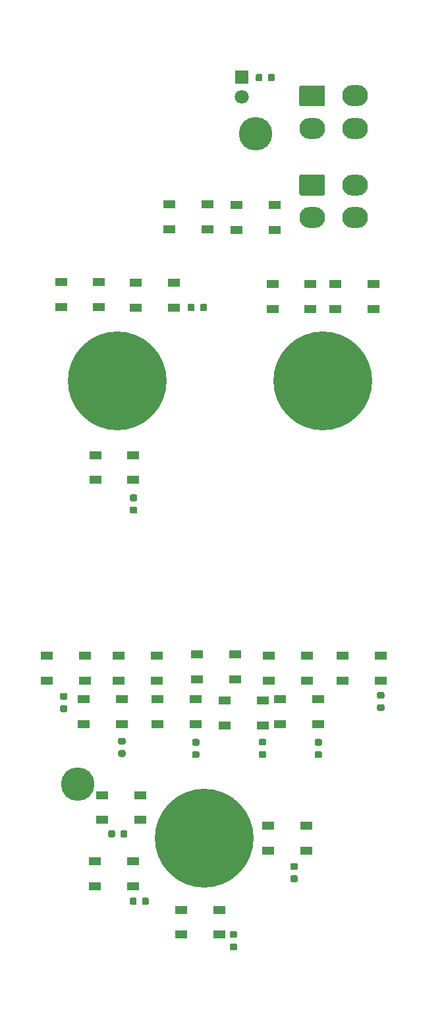
<source format=gbr>
%TF.GenerationSoftware,KiCad,Pcbnew,(5.1.10)-1*%
%TF.CreationDate,2021-11-16T17:17:49+11:00*%
%TF.ProjectId,APU Panel PCB V2,41505520-5061-46e6-956c-205043422056,rev?*%
%TF.SameCoordinates,Original*%
%TF.FileFunction,Soldermask,Top*%
%TF.FilePolarity,Negative*%
%FSLAX46Y46*%
G04 Gerber Fmt 4.6, Leading zero omitted, Abs format (unit mm)*
G04 Created by KiCad (PCBNEW (5.1.10)-1) date 2021-11-16 17:17:49*
%MOMM*%
%LPD*%
G01*
G04 APERTURE LIST*
%ADD10O,3.300000X2.700000*%
%ADD11C,4.300000*%
%ADD12C,12.700000*%
%ADD13C,1.800000*%
%ADD14R,1.800000X1.800000*%
%ADD15R,1.500000X1.000000*%
G04 APERTURE END LIST*
D10*
%TO.C,J2*%
X110539160Y-74870420D03*
X110539160Y-70670420D03*
X105039160Y-74870420D03*
G36*
G01*
X103639161Y-69320420D02*
X106439159Y-69320420D01*
G75*
G02*
X106689160Y-69570421I0J-250001D01*
G01*
X106689160Y-71770419D01*
G75*
G02*
X106439159Y-72020420I-250001J0D01*
G01*
X103639161Y-72020420D01*
G75*
G02*
X103389160Y-71770419I0J250001D01*
G01*
X103389160Y-69570421D01*
G75*
G02*
X103639161Y-69320420I250001J0D01*
G01*
G37*
%TD*%
%TO.C,J1*%
X110539160Y-63427720D03*
X110539160Y-59227720D03*
X105039160Y-63427720D03*
G36*
G01*
X103639161Y-57877720D02*
X106439159Y-57877720D01*
G75*
G02*
X106689160Y-58127721I0J-250001D01*
G01*
X106689160Y-60327719D01*
G75*
G02*
X106439159Y-60577720I-250001J0D01*
G01*
X103639161Y-60577720D01*
G75*
G02*
X103389160Y-60327719I0J250001D01*
G01*
X103389160Y-58127721D01*
G75*
G02*
X103639161Y-57877720I250001J0D01*
G01*
G37*
%TD*%
D11*
%TO.C,5*%
X74929999Y-147701001D03*
%TD*%
%TO.C,4*%
X97789999Y-64135001D03*
%TD*%
D12*
%TO.C,3*%
X91122500Y-154622501D03*
%TD*%
%TO.C,2*%
X106425999Y-95885001D03*
%TD*%
%TO.C,REF\u002A\u002A*%
X80010000Y-95885001D03*
%TD*%
%TO.C,C5*%
G36*
G01*
X80400000Y-154306250D02*
X80400000Y-153793750D01*
G75*
G02*
X80618750Y-153575000I218750J0D01*
G01*
X81056250Y-153575000D01*
G75*
G02*
X81275000Y-153793750I0J-218750D01*
G01*
X81275000Y-154306250D01*
G75*
G02*
X81056250Y-154525000I-218750J0D01*
G01*
X80618750Y-154525000D01*
G75*
G02*
X80400000Y-154306250I0J218750D01*
G01*
G37*
G36*
G01*
X78825000Y-154306250D02*
X78825000Y-153793750D01*
G75*
G02*
X79043750Y-153575000I218750J0D01*
G01*
X79481250Y-153575000D01*
G75*
G02*
X79700000Y-153793750I0J-218750D01*
G01*
X79700000Y-154306250D01*
G75*
G02*
X79481250Y-154525000I-218750J0D01*
G01*
X79043750Y-154525000D01*
G75*
G02*
X78825000Y-154306250I0J218750D01*
G01*
G37*
%TD*%
%TO.C,C2*%
G36*
G01*
X95176050Y-167424720D02*
X94663550Y-167424720D01*
G75*
G02*
X94444800Y-167205970I0J218750D01*
G01*
X94444800Y-166768470D01*
G75*
G02*
X94663550Y-166549720I218750J0D01*
G01*
X95176050Y-166549720D01*
G75*
G02*
X95394800Y-166768470I0J-218750D01*
G01*
X95394800Y-167205970D01*
G75*
G02*
X95176050Y-167424720I-218750J0D01*
G01*
G37*
G36*
G01*
X95176050Y-168999720D02*
X94663550Y-168999720D01*
G75*
G02*
X94444800Y-168780970I0J218750D01*
G01*
X94444800Y-168343470D01*
G75*
G02*
X94663550Y-168124720I218750J0D01*
G01*
X95176050Y-168124720D01*
G75*
G02*
X95394800Y-168343470I0J-218750D01*
G01*
X95394800Y-168780970D01*
G75*
G02*
X95176050Y-168999720I-218750J0D01*
G01*
G37*
%TD*%
%TO.C,C13*%
G36*
G01*
X89921600Y-86162170D02*
X89921600Y-86674670D01*
G75*
G02*
X89702850Y-86893420I-218750J0D01*
G01*
X89265350Y-86893420D01*
G75*
G02*
X89046600Y-86674670I0J218750D01*
G01*
X89046600Y-86162170D01*
G75*
G02*
X89265350Y-85943420I218750J0D01*
G01*
X89702850Y-85943420D01*
G75*
G02*
X89921600Y-86162170I0J-218750D01*
G01*
G37*
G36*
G01*
X91496600Y-86162170D02*
X91496600Y-86674670D01*
G75*
G02*
X91277850Y-86893420I-218750J0D01*
G01*
X90840350Y-86893420D01*
G75*
G02*
X90621600Y-86674670I0J218750D01*
G01*
X90621600Y-86162170D01*
G75*
G02*
X90840350Y-85943420I218750J0D01*
G01*
X91277850Y-85943420D01*
G75*
G02*
X91496600Y-86162170I0J-218750D01*
G01*
G37*
%TD*%
%TO.C,C12*%
G36*
G01*
X82326190Y-111316120D02*
X81813690Y-111316120D01*
G75*
G02*
X81594940Y-111097370I0J218750D01*
G01*
X81594940Y-110659870D01*
G75*
G02*
X81813690Y-110441120I218750J0D01*
G01*
X82326190Y-110441120D01*
G75*
G02*
X82544940Y-110659870I0J-218750D01*
G01*
X82544940Y-111097370D01*
G75*
G02*
X82326190Y-111316120I-218750J0D01*
G01*
G37*
G36*
G01*
X82326190Y-112891120D02*
X81813690Y-112891120D01*
G75*
G02*
X81594940Y-112672370I0J218750D01*
G01*
X81594940Y-112234870D01*
G75*
G02*
X81813690Y-112016120I218750J0D01*
G01*
X82326190Y-112016120D01*
G75*
G02*
X82544940Y-112234870I0J-218750D01*
G01*
X82544940Y-112672370D01*
G75*
G02*
X82326190Y-112891120I-218750J0D01*
G01*
G37*
%TD*%
%TO.C,C11*%
G36*
G01*
X114101590Y-136693160D02*
X113589090Y-136693160D01*
G75*
G02*
X113370340Y-136474410I0J218750D01*
G01*
X113370340Y-136036910D01*
G75*
G02*
X113589090Y-135818160I218750J0D01*
G01*
X114101590Y-135818160D01*
G75*
G02*
X114320340Y-136036910I0J-218750D01*
G01*
X114320340Y-136474410D01*
G75*
G02*
X114101590Y-136693160I-218750J0D01*
G01*
G37*
G36*
G01*
X114101590Y-138268160D02*
X113589090Y-138268160D01*
G75*
G02*
X113370340Y-138049410I0J218750D01*
G01*
X113370340Y-137611910D01*
G75*
G02*
X113589090Y-137393160I218750J0D01*
G01*
X114101590Y-137393160D01*
G75*
G02*
X114320340Y-137611910I0J-218750D01*
G01*
X114320340Y-138049410D01*
G75*
G02*
X114101590Y-138268160I-218750J0D01*
G01*
G37*
%TD*%
%TO.C,C10*%
G36*
G01*
X73354910Y-136825340D02*
X72842410Y-136825340D01*
G75*
G02*
X72623660Y-136606590I0J218750D01*
G01*
X72623660Y-136169090D01*
G75*
G02*
X72842410Y-135950340I218750J0D01*
G01*
X73354910Y-135950340D01*
G75*
G02*
X73573660Y-136169090I0J-218750D01*
G01*
X73573660Y-136606590D01*
G75*
G02*
X73354910Y-136825340I-218750J0D01*
G01*
G37*
G36*
G01*
X73354910Y-138400340D02*
X72842410Y-138400340D01*
G75*
G02*
X72623660Y-138181590I0J218750D01*
G01*
X72623660Y-137744090D01*
G75*
G02*
X72842410Y-137525340I218750J0D01*
G01*
X73354910Y-137525340D01*
G75*
G02*
X73573660Y-137744090I0J-218750D01*
G01*
X73573660Y-138181590D01*
G75*
G02*
X73354910Y-138400340I-218750J0D01*
G01*
G37*
%TD*%
%TO.C,C9*%
G36*
G01*
X106082810Y-142733380D02*
X105570310Y-142733380D01*
G75*
G02*
X105351560Y-142514630I0J218750D01*
G01*
X105351560Y-142077130D01*
G75*
G02*
X105570310Y-141858380I218750J0D01*
G01*
X106082810Y-141858380D01*
G75*
G02*
X106301560Y-142077130I0J-218750D01*
G01*
X106301560Y-142514630D01*
G75*
G02*
X106082810Y-142733380I-218750J0D01*
G01*
G37*
G36*
G01*
X106082810Y-144308380D02*
X105570310Y-144308380D01*
G75*
G02*
X105351560Y-144089630I0J218750D01*
G01*
X105351560Y-143652130D01*
G75*
G02*
X105570310Y-143433380I218750J0D01*
G01*
X106082810Y-143433380D01*
G75*
G02*
X106301560Y-143652130I0J-218750D01*
G01*
X106301560Y-144089630D01*
G75*
G02*
X106082810Y-144308380I-218750J0D01*
G01*
G37*
%TD*%
%TO.C,C8*%
G36*
G01*
X98907310Y-142707880D02*
X98394810Y-142707880D01*
G75*
G02*
X98176060Y-142489130I0J218750D01*
G01*
X98176060Y-142051630D01*
G75*
G02*
X98394810Y-141832880I218750J0D01*
G01*
X98907310Y-141832880D01*
G75*
G02*
X99126060Y-142051630I0J-218750D01*
G01*
X99126060Y-142489130D01*
G75*
G02*
X98907310Y-142707880I-218750J0D01*
G01*
G37*
G36*
G01*
X98907310Y-144282880D02*
X98394810Y-144282880D01*
G75*
G02*
X98176060Y-144064130I0J218750D01*
G01*
X98176060Y-143626630D01*
G75*
G02*
X98394810Y-143407880I218750J0D01*
G01*
X98907310Y-143407880D01*
G75*
G02*
X99126060Y-143626630I0J-218750D01*
G01*
X99126060Y-144064130D01*
G75*
G02*
X98907310Y-144282880I-218750J0D01*
G01*
G37*
%TD*%
%TO.C,C7*%
G36*
G01*
X90327190Y-142728200D02*
X89814690Y-142728200D01*
G75*
G02*
X89595940Y-142509450I0J218750D01*
G01*
X89595940Y-142071950D01*
G75*
G02*
X89814690Y-141853200I218750J0D01*
G01*
X90327190Y-141853200D01*
G75*
G02*
X90545940Y-142071950I0J-218750D01*
G01*
X90545940Y-142509450D01*
G75*
G02*
X90327190Y-142728200I-218750J0D01*
G01*
G37*
G36*
G01*
X90327190Y-144303200D02*
X89814690Y-144303200D01*
G75*
G02*
X89595940Y-144084450I0J218750D01*
G01*
X89595940Y-143646950D01*
G75*
G02*
X89814690Y-143428200I218750J0D01*
G01*
X90327190Y-143428200D01*
G75*
G02*
X90545940Y-143646950I0J-218750D01*
G01*
X90545940Y-144084450D01*
G75*
G02*
X90327190Y-144303200I-218750J0D01*
G01*
G37*
%TD*%
%TO.C,C6*%
G36*
G01*
X80837750Y-142588500D02*
X80325250Y-142588500D01*
G75*
G02*
X80106500Y-142369750I0J218750D01*
G01*
X80106500Y-141932250D01*
G75*
G02*
X80325250Y-141713500I218750J0D01*
G01*
X80837750Y-141713500D01*
G75*
G02*
X81056500Y-141932250I0J-218750D01*
G01*
X81056500Y-142369750D01*
G75*
G02*
X80837750Y-142588500I-218750J0D01*
G01*
G37*
G36*
G01*
X80837750Y-144163500D02*
X80325250Y-144163500D01*
G75*
G02*
X80106500Y-143944750I0J218750D01*
G01*
X80106500Y-143507250D01*
G75*
G02*
X80325250Y-143288500I218750J0D01*
G01*
X80837750Y-143288500D01*
G75*
G02*
X81056500Y-143507250I0J-218750D01*
G01*
X81056500Y-143944750D01*
G75*
G02*
X80837750Y-144163500I-218750J0D01*
G01*
G37*
%TD*%
%TO.C,C4*%
G36*
G01*
X102971310Y-158682040D02*
X102458810Y-158682040D01*
G75*
G02*
X102240060Y-158463290I0J218750D01*
G01*
X102240060Y-158025790D01*
G75*
G02*
X102458810Y-157807040I218750J0D01*
G01*
X102971310Y-157807040D01*
G75*
G02*
X103190060Y-158025790I0J-218750D01*
G01*
X103190060Y-158463290D01*
G75*
G02*
X102971310Y-158682040I-218750J0D01*
G01*
G37*
G36*
G01*
X102971310Y-160257040D02*
X102458810Y-160257040D01*
G75*
G02*
X102240060Y-160038290I0J218750D01*
G01*
X102240060Y-159600790D01*
G75*
G02*
X102458810Y-159382040I218750J0D01*
G01*
X102971310Y-159382040D01*
G75*
G02*
X103190060Y-159600790I0J-218750D01*
G01*
X103190060Y-160038290D01*
G75*
G02*
X102971310Y-160257040I-218750J0D01*
G01*
G37*
%TD*%
%TO.C,C3*%
G36*
G01*
X82461720Y-162453610D02*
X82461720Y-162966110D01*
G75*
G02*
X82242970Y-163184860I-218750J0D01*
G01*
X81805470Y-163184860D01*
G75*
G02*
X81586720Y-162966110I0J218750D01*
G01*
X81586720Y-162453610D01*
G75*
G02*
X81805470Y-162234860I218750J0D01*
G01*
X82242970Y-162234860D01*
G75*
G02*
X82461720Y-162453610I0J-218750D01*
G01*
G37*
G36*
G01*
X84036720Y-162453610D02*
X84036720Y-162966110D01*
G75*
G02*
X83817970Y-163184860I-218750J0D01*
G01*
X83380470Y-163184860D01*
G75*
G02*
X83161720Y-162966110I0J218750D01*
G01*
X83161720Y-162453610D01*
G75*
G02*
X83380470Y-162234860I218750J0D01*
G01*
X83817970Y-162234860D01*
G75*
G02*
X84036720Y-162453610I0J-218750D01*
G01*
G37*
%TD*%
%TO.C,R1*%
G36*
G01*
X99351680Y-57131930D02*
X99351680Y-56619430D01*
G75*
G02*
X99570430Y-56400680I218750J0D01*
G01*
X100007930Y-56400680D01*
G75*
G02*
X100226680Y-56619430I0J-218750D01*
G01*
X100226680Y-57131930D01*
G75*
G02*
X100007930Y-57350680I-218750J0D01*
G01*
X99570430Y-57350680D01*
G75*
G02*
X99351680Y-57131930I0J218750D01*
G01*
G37*
G36*
G01*
X97776680Y-57131930D02*
X97776680Y-56619430D01*
G75*
G02*
X97995430Y-56400680I218750J0D01*
G01*
X98432930Y-56400680D01*
G75*
G02*
X98651680Y-56619430I0J-218750D01*
G01*
X98651680Y-57131930D01*
G75*
G02*
X98432930Y-57350680I-218750J0D01*
G01*
X97995430Y-57350680D01*
G75*
G02*
X97776680Y-57131930I0J218750D01*
G01*
G37*
%TD*%
D13*
%TO.C,D21*%
X95999300Y-59395360D03*
D14*
X95999300Y-56855360D03*
%TD*%
D15*
%TO.C,D20*%
X77153600Y-105384800D03*
X77153600Y-108584800D03*
X82053600Y-105384800D03*
X82053600Y-108584800D03*
%TD*%
%TO.C,D6*%
X107977600Y-83413600D03*
X107977600Y-86613600D03*
X112877600Y-83413600D03*
X112877600Y-86613600D03*
%TD*%
%TO.C,D5*%
X99923600Y-83413600D03*
X99923600Y-86613600D03*
X104823600Y-83413600D03*
X104823600Y-86613600D03*
%TD*%
%TO.C,D11*%
X108954400Y-131191200D03*
X108954400Y-134391200D03*
X113854400Y-131191200D03*
X113854400Y-134391200D03*
%TD*%
%TO.C,D19*%
X88228000Y-163804800D03*
X88228000Y-167004800D03*
X93128000Y-163804800D03*
X93128000Y-167004800D03*
%TD*%
%TO.C,D18*%
X77142000Y-157581600D03*
X77142000Y-160781600D03*
X82042000Y-157581600D03*
X82042000Y-160781600D03*
%TD*%
%TO.C,D17*%
X99353200Y-153035200D03*
X99353200Y-156235200D03*
X104253200Y-153035200D03*
X104253200Y-156235200D03*
%TD*%
%TO.C,D16*%
X78068000Y-149072800D03*
X78068000Y-152272800D03*
X82968000Y-149072800D03*
X82968000Y-152272800D03*
%TD*%
%TO.C,D15*%
X100928000Y-136728400D03*
X100928000Y-139928400D03*
X105828000Y-136728400D03*
X105828000Y-139928400D03*
%TD*%
%TO.C,D14*%
X93765200Y-136931600D03*
X93765200Y-140131600D03*
X98665200Y-136931600D03*
X98665200Y-140131600D03*
%TD*%
%TO.C,D13*%
X85180000Y-136728400D03*
X85180000Y-139928400D03*
X90080000Y-136728400D03*
X90080000Y-139928400D03*
%TD*%
%TO.C,D12*%
X75680400Y-136728400D03*
X75680400Y-139928400D03*
X80580400Y-136728400D03*
X80580400Y-139928400D03*
%TD*%
%TO.C,D10*%
X99454800Y-131191200D03*
X99454800Y-134391200D03*
X104354800Y-131191200D03*
X104354800Y-134391200D03*
%TD*%
%TO.C,D9*%
X90209200Y-130988000D03*
X90209200Y-134188000D03*
X95109200Y-130988000D03*
X95109200Y-134188000D03*
%TD*%
%TO.C,D8*%
X80150800Y-131191200D03*
X80150800Y-134391200D03*
X85050800Y-131191200D03*
X85050800Y-134391200D03*
%TD*%
%TO.C,D7*%
X70905200Y-131140400D03*
X70905200Y-134340400D03*
X75805200Y-131140400D03*
X75805200Y-134340400D03*
%TD*%
%TO.C,D4*%
X82386000Y-83210400D03*
X82386000Y-86410400D03*
X87286000Y-83210400D03*
X87286000Y-86410400D03*
%TD*%
%TO.C,D3*%
X72745600Y-83159600D03*
X72745600Y-86359600D03*
X77645600Y-83159600D03*
X77645600Y-86359600D03*
%TD*%
%TO.C,D2*%
X95289200Y-73279200D03*
X95289200Y-76479200D03*
X100189200Y-73279200D03*
X100189200Y-76479200D03*
%TD*%
%TO.C,D1*%
X86692400Y-73152400D03*
X86692400Y-76352400D03*
X91592400Y-73152400D03*
X91592400Y-76352400D03*
%TD*%
M02*

</source>
